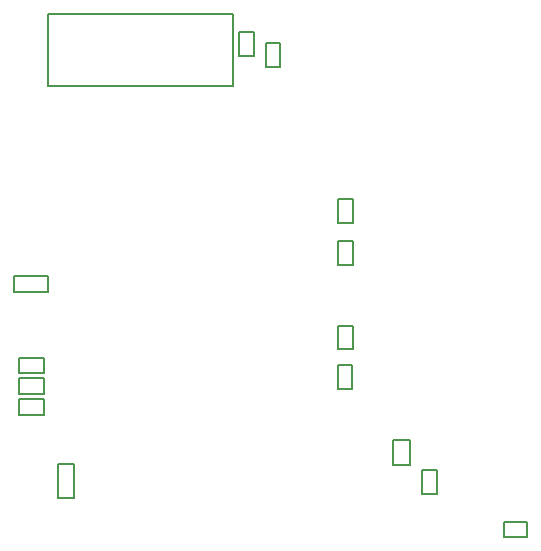
<source format=gbr>
%TF.GenerationSoftware,Altium Limited,Altium Designer,21.6.4 (81)*%
G04 Layer_Color=32896*
%FSLAX43Y43*%
%MOMM*%
%TF.SameCoordinates,EF7AACBD-433E-4B6D-8733-A8E214C0EB56*%
%TF.FilePolarity,Positive*%
%TF.FileFunction,Other,Mechanical_12*%
%TF.Part,Single*%
G01*
G75*
%TA.AperFunction,NonConductor*%
%ADD60C,0.200*%
D60*
X25051Y14511D02*
X26351D01*
Y17411D01*
X25051D02*
X26351D01*
X25051Y14511D02*
Y17411D01*
X21708Y24678D02*
X23808D01*
Y23328D02*
Y24678D01*
X21708Y23328D02*
X23808D01*
X21708D02*
Y24678D01*
Y22925D02*
X23808D01*
Y21575D02*
Y22925D01*
X21708Y21575D02*
X23808D01*
X21708D02*
Y22925D01*
X41570Y51959D02*
Y53959D01*
X40320D02*
X41570D01*
X40320Y51959D02*
Y53959D01*
Y51959D02*
X41570D01*
X43830Y51031D02*
Y53031D01*
X42580D02*
X43830D01*
X42580Y51031D02*
Y53031D01*
Y51031D02*
X43830D01*
X48727Y37837D02*
Y39837D01*
Y37837D02*
X49977D01*
Y39837D01*
X48727D02*
X49977D01*
X49926Y23777D02*
Y25777D01*
X48676D02*
X49926D01*
X48676Y23777D02*
Y25777D01*
Y23777D02*
X49926D01*
X49977Y34306D02*
Y36306D01*
X48727D02*
X49977D01*
X48727Y34306D02*
Y36306D01*
Y34306D02*
X49977D01*
X48727Y27118D02*
Y29118D01*
Y27118D02*
X49977D01*
Y29118D01*
X48727D02*
X49977D01*
X21293Y31993D02*
Y33293D01*
Y31993D02*
X24193D01*
Y33293D01*
X21293D02*
X24193D01*
X53377Y17290D02*
Y19490D01*
Y17290D02*
X54827D01*
Y19490D01*
X53377D02*
X54827D01*
X55839Y16889D02*
X57089D01*
Y14889D02*
Y16889D01*
X55839Y14889D02*
X57089D01*
X55839D02*
Y16889D01*
X64754Y11262D02*
Y12512D01*
X62754Y11262D02*
X64754D01*
X62754D02*
Y12512D01*
X64754D01*
X21708Y25081D02*
Y26431D01*
Y25081D02*
X23808D01*
Y26431D01*
X21708D02*
X23808D01*
X39804Y49422D02*
Y55522D01*
X24204D02*
X39804D01*
X24204Y49422D02*
Y55522D01*
Y49422D02*
X39804D01*
%TF.MD5,e1158c318a2edd9fff704315f094aed9*%
M02*

</source>
